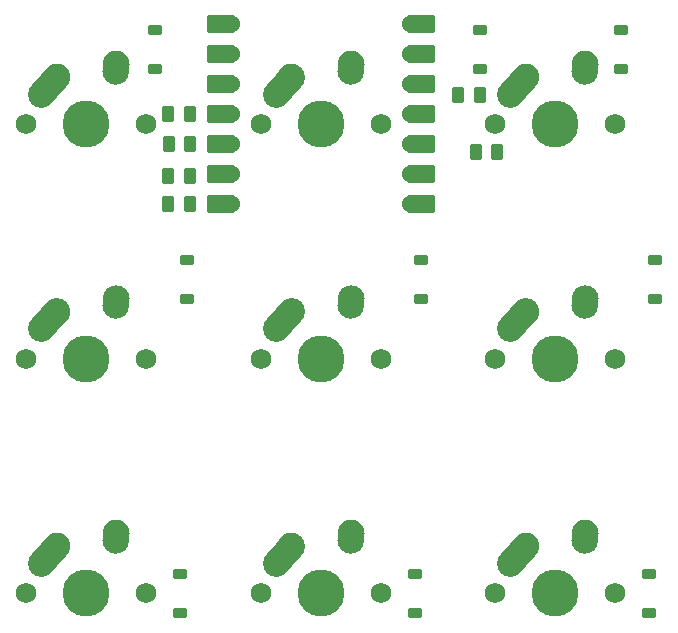
<source format=gbr>
%TF.GenerationSoftware,KiCad,Pcbnew,9.0.3*%
%TF.CreationDate,2025-07-28T22:58:47-04:00*%
%TF.ProjectId,9kMacroPCB,396b4d61-6372-46f5-9043-422e6b696361,rev?*%
%TF.SameCoordinates,Original*%
%TF.FileFunction,Soldermask,Bot*%
%TF.FilePolarity,Negative*%
%FSLAX46Y46*%
G04 Gerber Fmt 4.6, Leading zero omitted, Abs format (unit mm)*
G04 Created by KiCad (PCBNEW 9.0.3) date 2025-07-28 22:58:47*
%MOMM*%
%LPD*%
G01*
G04 APERTURE LIST*
G04 Aperture macros list*
%AMRoundRect*
0 Rectangle with rounded corners*
0 $1 Rounding radius*
0 $2 $3 $4 $5 $6 $7 $8 $9 X,Y pos of 4 corners*
0 Add a 4 corners polygon primitive as box body*
4,1,4,$2,$3,$4,$5,$6,$7,$8,$9,$2,$3,0*
0 Add four circle primitives for the rounded corners*
1,1,$1+$1,$2,$3*
1,1,$1+$1,$4,$5*
1,1,$1+$1,$6,$7*
1,1,$1+$1,$8,$9*
0 Add four rect primitives between the rounded corners*
20,1,$1+$1,$2,$3,$4,$5,0*
20,1,$1+$1,$4,$5,$6,$7,0*
20,1,$1+$1,$6,$7,$8,$9,0*
20,1,$1+$1,$8,$9,$2,$3,0*%
%AMHorizOval*
0 Thick line with rounded ends*
0 $1 width*
0 $2 $3 position (X,Y) of the first rounded end (center of the circle)*
0 $4 $5 position (X,Y) of the second rounded end (center of the circle)*
0 Add line between two ends*
20,1,$1,$2,$3,$4,$5,0*
0 Add two circle primitives to create the rounded ends*
1,1,$1,$2,$3*
1,1,$1,$4,$5*%
G04 Aperture macros list end*
%ADD10RoundRect,0.250000X0.262500X0.450000X-0.262500X0.450000X-0.262500X-0.450000X0.262500X-0.450000X0*%
%ADD11RoundRect,0.225000X-0.375000X0.225000X-0.375000X-0.225000X0.375000X-0.225000X0.375000X0.225000X0*%
%ADD12RoundRect,0.152400X-1.063600X-0.609600X1.063600X-0.609600X1.063600X0.609600X-1.063600X0.609600X0*%
%ADD13C,1.524000*%
%ADD14RoundRect,0.152400X1.063600X0.609600X-1.063600X0.609600X-1.063600X-0.609600X1.063600X-0.609600X0*%
%ADD15C,1.750000*%
%ADD16C,3.987800*%
%ADD17HorizOval,2.250000X0.655001X0.730000X-0.655001X-0.730000X0*%
%ADD18C,2.250000*%
%ADD19HorizOval,2.250000X0.020000X0.290000X-0.020000X-0.290000X0*%
%ADD20RoundRect,0.225000X0.375000X-0.225000X0.375000X0.225000X-0.375000X0.225000X-0.375000X-0.225000X0*%
G04 APERTURE END LIST*
D10*
%TO.C,R6*%
X159385000Y-52324000D03*
X157560000Y-52324000D03*
%TD*%
D11*
%TO.C,D5*%
X152908000Y-64769000D03*
X152908000Y-61469000D03*
%TD*%
D10*
%TO.C,R5*%
X157908000Y-47498000D03*
X156083000Y-47498000D03*
%TD*%
%TO.C,R4*%
X133373500Y-54356000D03*
X131548500Y-54356000D03*
%TD*%
%TO.C,R3*%
X133373500Y-56769000D03*
X131548500Y-56769000D03*
%TD*%
%TO.C,R2*%
X133397000Y-51689000D03*
X131572000Y-51689000D03*
%TD*%
%TO.C,R1*%
X133373500Y-49149000D03*
X131548500Y-49149000D03*
%TD*%
D12*
%TO.C,U1*%
X152908000Y-41529000D03*
D13*
X152073000Y-41529000D03*
D12*
X152908000Y-44069000D03*
D13*
X152073000Y-44069000D03*
D12*
X152908000Y-46609000D03*
D13*
X152073000Y-46609000D03*
D12*
X152908000Y-49149000D03*
D13*
X152073000Y-49149000D03*
D12*
X152908000Y-51689000D03*
D13*
X152073000Y-51689000D03*
D12*
X152908000Y-54229000D03*
D13*
X152073000Y-54229000D03*
D12*
X152908000Y-56769000D03*
D13*
X152073000Y-56769000D03*
X136833000Y-56769000D03*
D14*
X135998000Y-56769000D03*
D13*
X136833000Y-54229000D03*
D14*
X135998000Y-54229000D03*
D13*
X136833000Y-51689000D03*
D14*
X135998000Y-51689000D03*
D13*
X136833000Y-49149000D03*
D14*
X135998000Y-49149000D03*
D13*
X136833000Y-46609000D03*
D14*
X135998000Y-46609000D03*
D13*
X136833000Y-44069000D03*
D14*
X135998000Y-44069000D03*
D13*
X136833000Y-41529000D03*
D14*
X135998000Y-41529000D03*
%TD*%
D15*
%TO.C,MX6*%
X159226250Y-69850000D03*
D16*
X164306250Y-69850000D03*
D15*
X169386250Y-69850000D03*
D17*
X161151251Y-66580000D03*
D18*
X161806250Y-65850000D03*
D19*
X166826250Y-65060000D03*
D18*
X166846250Y-64770000D03*
%TD*%
D15*
%TO.C,MX2*%
X139382500Y-50006250D03*
D16*
X144462500Y-50006250D03*
D15*
X149542500Y-50006250D03*
D17*
X141307501Y-46736250D03*
D18*
X141962500Y-46006250D03*
D19*
X146982500Y-45216250D03*
D18*
X147002500Y-44926250D03*
%TD*%
D15*
%TO.C,MX5*%
X139382500Y-69850000D03*
D16*
X144462500Y-69850000D03*
D15*
X149542500Y-69850000D03*
D17*
X141307501Y-66580000D03*
D18*
X141962500Y-65850000D03*
D19*
X146982500Y-65060000D03*
D18*
X147002500Y-64770000D03*
%TD*%
D15*
%TO.C,MX3*%
X159226250Y-50006250D03*
D16*
X164306250Y-50006250D03*
D15*
X169386250Y-50006250D03*
D17*
X161151251Y-46736250D03*
D18*
X161806250Y-46006250D03*
D19*
X166826250Y-45216250D03*
D18*
X166846250Y-44926250D03*
%TD*%
D15*
%TO.C,MX4*%
X119538750Y-69850000D03*
D16*
X124618750Y-69850000D03*
D15*
X129698750Y-69850000D03*
D17*
X121463751Y-66580000D03*
D18*
X122118750Y-65850000D03*
D19*
X127138750Y-65060000D03*
D18*
X127158750Y-64770000D03*
%TD*%
D15*
%TO.C,MX8*%
X139382500Y-89693750D03*
D16*
X144462500Y-89693750D03*
D15*
X149542500Y-89693750D03*
D17*
X141307501Y-86423750D03*
D18*
X141962500Y-85693750D03*
D19*
X146982500Y-84903750D03*
D18*
X147002500Y-84613750D03*
%TD*%
D15*
%TO.C,MX9*%
X159226250Y-89693750D03*
D16*
X164306250Y-89693750D03*
D15*
X169386250Y-89693750D03*
D17*
X161151251Y-86423750D03*
D18*
X161806250Y-85693750D03*
D19*
X166826250Y-84903750D03*
D18*
X166846250Y-84613750D03*
%TD*%
D15*
%TO.C,MX7*%
X119538750Y-89693750D03*
D16*
X124618750Y-89693750D03*
D15*
X129698750Y-89693750D03*
D17*
X121463751Y-86423750D03*
D18*
X122118750Y-85693750D03*
D19*
X127138750Y-84903750D03*
D18*
X127158750Y-84613750D03*
%TD*%
%TO.C,MX1*%
X127158750Y-44926250D03*
D19*
X127138750Y-45216250D03*
D18*
X122118750Y-46006250D03*
D17*
X121463751Y-46736250D03*
D15*
X129698750Y-50006250D03*
D16*
X124618750Y-50006250D03*
D15*
X119538750Y-50006250D03*
%TD*%
D11*
%TO.C,D1*%
X130429000Y-42006250D03*
X130429000Y-45306250D03*
%TD*%
%TO.C,D3*%
X169862500Y-42006250D03*
X169862500Y-45306250D03*
%TD*%
%TO.C,D4*%
X133096000Y-61469000D03*
X133096000Y-64769000D03*
%TD*%
%TO.C,D6*%
X172720000Y-61469000D03*
X172720000Y-64769000D03*
%TD*%
D20*
%TO.C,D7*%
X132556250Y-91343750D03*
X132556250Y-88043750D03*
%TD*%
D11*
%TO.C,D2*%
X157956250Y-42006250D03*
X157956250Y-45306250D03*
%TD*%
D20*
%TO.C,D9*%
X172243750Y-91343750D03*
X172243750Y-88043750D03*
%TD*%
%TO.C,D8*%
X152400000Y-91343750D03*
X152400000Y-88043750D03*
%TD*%
M02*

</source>
